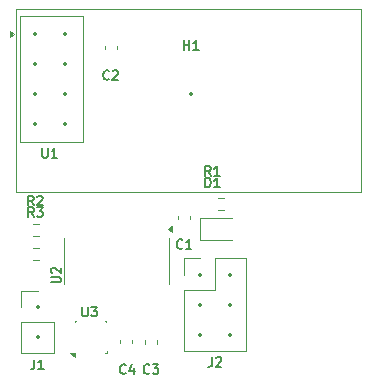
<source format=gto>
%TF.GenerationSoftware,KiCad,Pcbnew,9.0.2*%
%TF.CreationDate,2025-11-28T20:50:14+01:00*%
%TF.ProjectId,stacja_pogodowa,73746163-6a61-45f7-906f-676f646f7761,rev?*%
%TF.SameCoordinates,Original*%
%TF.FileFunction,Legend,Top*%
%TF.FilePolarity,Positive*%
%FSLAX46Y46*%
G04 Gerber Fmt 4.6, Leading zero omitted, Abs format (unit mm)*
G04 Created by KiCad (PCBNEW 9.0.2) date 2025-11-28 20:50:14*
%MOMM*%
%LPD*%
G01*
G04 APERTURE LIST*
%ADD10C,0.150000*%
%ADD11C,0.120000*%
%ADD12C,0.100000*%
%ADD13C,0.350000*%
G04 APERTURE END LIST*
D10*
X71933333Y-49962295D02*
X71933333Y-50533723D01*
X71933333Y-50533723D02*
X71895238Y-50648009D01*
X71895238Y-50648009D02*
X71819047Y-50724200D01*
X71819047Y-50724200D02*
X71704762Y-50762295D01*
X71704762Y-50762295D02*
X71628571Y-50762295D01*
X72733333Y-50762295D02*
X72276190Y-50762295D01*
X72504762Y-50762295D02*
X72504762Y-49962295D01*
X72504762Y-49962295D02*
X72428571Y-50076580D01*
X72428571Y-50076580D02*
X72352381Y-50152771D01*
X72352381Y-50152771D02*
X72276190Y-50190866D01*
X86409524Y-35362295D02*
X86409524Y-34562295D01*
X86409524Y-34562295D02*
X86600000Y-34562295D01*
X86600000Y-34562295D02*
X86714286Y-34600390D01*
X86714286Y-34600390D02*
X86790476Y-34676580D01*
X86790476Y-34676580D02*
X86828571Y-34752771D01*
X86828571Y-34752771D02*
X86866667Y-34905152D01*
X86866667Y-34905152D02*
X86866667Y-35019438D01*
X86866667Y-35019438D02*
X86828571Y-35171819D01*
X86828571Y-35171819D02*
X86790476Y-35248009D01*
X86790476Y-35248009D02*
X86714286Y-35324200D01*
X86714286Y-35324200D02*
X86600000Y-35362295D01*
X86600000Y-35362295D02*
X86409524Y-35362295D01*
X87628571Y-35362295D02*
X87171428Y-35362295D01*
X87400000Y-35362295D02*
X87400000Y-34562295D01*
X87400000Y-34562295D02*
X87323809Y-34676580D01*
X87323809Y-34676580D02*
X87247619Y-34752771D01*
X87247619Y-34752771D02*
X87171428Y-34790866D01*
X84590476Y-23712295D02*
X84590476Y-22912295D01*
X84590476Y-23293247D02*
X85047619Y-23293247D01*
X85047619Y-23712295D02*
X85047619Y-22912295D01*
X85847618Y-23712295D02*
X85390475Y-23712295D01*
X85619047Y-23712295D02*
X85619047Y-22912295D01*
X85619047Y-22912295D02*
X85542856Y-23026580D01*
X85542856Y-23026580D02*
X85466666Y-23102771D01*
X85466666Y-23102771D02*
X85390475Y-23140866D01*
X71866667Y-37862295D02*
X71600000Y-37481342D01*
X71409524Y-37862295D02*
X71409524Y-37062295D01*
X71409524Y-37062295D02*
X71714286Y-37062295D01*
X71714286Y-37062295D02*
X71790476Y-37100390D01*
X71790476Y-37100390D02*
X71828571Y-37138485D01*
X71828571Y-37138485D02*
X71866667Y-37214676D01*
X71866667Y-37214676D02*
X71866667Y-37328961D01*
X71866667Y-37328961D02*
X71828571Y-37405152D01*
X71828571Y-37405152D02*
X71790476Y-37443247D01*
X71790476Y-37443247D02*
X71714286Y-37481342D01*
X71714286Y-37481342D02*
X71409524Y-37481342D01*
X72133333Y-37062295D02*
X72628571Y-37062295D01*
X72628571Y-37062295D02*
X72361905Y-37367057D01*
X72361905Y-37367057D02*
X72476190Y-37367057D01*
X72476190Y-37367057D02*
X72552381Y-37405152D01*
X72552381Y-37405152D02*
X72590476Y-37443247D01*
X72590476Y-37443247D02*
X72628571Y-37519438D01*
X72628571Y-37519438D02*
X72628571Y-37709914D01*
X72628571Y-37709914D02*
X72590476Y-37786104D01*
X72590476Y-37786104D02*
X72552381Y-37824200D01*
X72552381Y-37824200D02*
X72476190Y-37862295D01*
X72476190Y-37862295D02*
X72247619Y-37862295D01*
X72247619Y-37862295D02*
X72171428Y-37824200D01*
X72171428Y-37824200D02*
X72133333Y-37786104D01*
X86866667Y-34362295D02*
X86600000Y-33981342D01*
X86409524Y-34362295D02*
X86409524Y-33562295D01*
X86409524Y-33562295D02*
X86714286Y-33562295D01*
X86714286Y-33562295D02*
X86790476Y-33600390D01*
X86790476Y-33600390D02*
X86828571Y-33638485D01*
X86828571Y-33638485D02*
X86866667Y-33714676D01*
X86866667Y-33714676D02*
X86866667Y-33828961D01*
X86866667Y-33828961D02*
X86828571Y-33905152D01*
X86828571Y-33905152D02*
X86790476Y-33943247D01*
X86790476Y-33943247D02*
X86714286Y-33981342D01*
X86714286Y-33981342D02*
X86409524Y-33981342D01*
X87628571Y-34362295D02*
X87171428Y-34362295D01*
X87400000Y-34362295D02*
X87400000Y-33562295D01*
X87400000Y-33562295D02*
X87323809Y-33676580D01*
X87323809Y-33676580D02*
X87247619Y-33752771D01*
X87247619Y-33752771D02*
X87171428Y-33790866D01*
X72590476Y-32062295D02*
X72590476Y-32709914D01*
X72590476Y-32709914D02*
X72628571Y-32786104D01*
X72628571Y-32786104D02*
X72666666Y-32824200D01*
X72666666Y-32824200D02*
X72742857Y-32862295D01*
X72742857Y-32862295D02*
X72895238Y-32862295D01*
X72895238Y-32862295D02*
X72971428Y-32824200D01*
X72971428Y-32824200D02*
X73009523Y-32786104D01*
X73009523Y-32786104D02*
X73047619Y-32709914D01*
X73047619Y-32709914D02*
X73047619Y-32062295D01*
X73847618Y-32862295D02*
X73390475Y-32862295D01*
X73619047Y-32862295D02*
X73619047Y-32062295D01*
X73619047Y-32062295D02*
X73542856Y-32176580D01*
X73542856Y-32176580D02*
X73466666Y-32252771D01*
X73466666Y-32252771D02*
X73390475Y-32290866D01*
X75990476Y-45487295D02*
X75990476Y-46134914D01*
X75990476Y-46134914D02*
X76028571Y-46211104D01*
X76028571Y-46211104D02*
X76066666Y-46249200D01*
X76066666Y-46249200D02*
X76142857Y-46287295D01*
X76142857Y-46287295D02*
X76295238Y-46287295D01*
X76295238Y-46287295D02*
X76371428Y-46249200D01*
X76371428Y-46249200D02*
X76409523Y-46211104D01*
X76409523Y-46211104D02*
X76447619Y-46134914D01*
X76447619Y-46134914D02*
X76447619Y-45487295D01*
X76752380Y-45487295D02*
X77247618Y-45487295D01*
X77247618Y-45487295D02*
X76980952Y-45792057D01*
X76980952Y-45792057D02*
X77095237Y-45792057D01*
X77095237Y-45792057D02*
X77171428Y-45830152D01*
X77171428Y-45830152D02*
X77209523Y-45868247D01*
X77209523Y-45868247D02*
X77247618Y-45944438D01*
X77247618Y-45944438D02*
X77247618Y-46134914D01*
X77247618Y-46134914D02*
X77209523Y-46211104D01*
X77209523Y-46211104D02*
X77171428Y-46249200D01*
X77171428Y-46249200D02*
X77095237Y-46287295D01*
X77095237Y-46287295D02*
X76866666Y-46287295D01*
X76866666Y-46287295D02*
X76790475Y-46249200D01*
X76790475Y-46249200D02*
X76752380Y-46211104D01*
X86963333Y-49762295D02*
X86963333Y-50333723D01*
X86963333Y-50333723D02*
X86925238Y-50448009D01*
X86925238Y-50448009D02*
X86849047Y-50524200D01*
X86849047Y-50524200D02*
X86734762Y-50562295D01*
X86734762Y-50562295D02*
X86658571Y-50562295D01*
X87306190Y-49838485D02*
X87344286Y-49800390D01*
X87344286Y-49800390D02*
X87420476Y-49762295D01*
X87420476Y-49762295D02*
X87610952Y-49762295D01*
X87610952Y-49762295D02*
X87687143Y-49800390D01*
X87687143Y-49800390D02*
X87725238Y-49838485D01*
X87725238Y-49838485D02*
X87763333Y-49914676D01*
X87763333Y-49914676D02*
X87763333Y-49990866D01*
X87763333Y-49990866D02*
X87725238Y-50105152D01*
X87725238Y-50105152D02*
X87268095Y-50562295D01*
X87268095Y-50562295D02*
X87763333Y-50562295D01*
X81666667Y-51086104D02*
X81628571Y-51124200D01*
X81628571Y-51124200D02*
X81514286Y-51162295D01*
X81514286Y-51162295D02*
X81438095Y-51162295D01*
X81438095Y-51162295D02*
X81323809Y-51124200D01*
X81323809Y-51124200D02*
X81247619Y-51048009D01*
X81247619Y-51048009D02*
X81209524Y-50971819D01*
X81209524Y-50971819D02*
X81171428Y-50819438D01*
X81171428Y-50819438D02*
X81171428Y-50705152D01*
X81171428Y-50705152D02*
X81209524Y-50552771D01*
X81209524Y-50552771D02*
X81247619Y-50476580D01*
X81247619Y-50476580D02*
X81323809Y-50400390D01*
X81323809Y-50400390D02*
X81438095Y-50362295D01*
X81438095Y-50362295D02*
X81514286Y-50362295D01*
X81514286Y-50362295D02*
X81628571Y-50400390D01*
X81628571Y-50400390D02*
X81666667Y-50438485D01*
X81933333Y-50362295D02*
X82428571Y-50362295D01*
X82428571Y-50362295D02*
X82161905Y-50667057D01*
X82161905Y-50667057D02*
X82276190Y-50667057D01*
X82276190Y-50667057D02*
X82352381Y-50705152D01*
X82352381Y-50705152D02*
X82390476Y-50743247D01*
X82390476Y-50743247D02*
X82428571Y-50819438D01*
X82428571Y-50819438D02*
X82428571Y-51009914D01*
X82428571Y-51009914D02*
X82390476Y-51086104D01*
X82390476Y-51086104D02*
X82352381Y-51124200D01*
X82352381Y-51124200D02*
X82276190Y-51162295D01*
X82276190Y-51162295D02*
X82047619Y-51162295D01*
X82047619Y-51162295D02*
X81971428Y-51124200D01*
X81971428Y-51124200D02*
X81933333Y-51086104D01*
X73362295Y-43409523D02*
X74009914Y-43409523D01*
X74009914Y-43409523D02*
X74086104Y-43371428D01*
X74086104Y-43371428D02*
X74124200Y-43333333D01*
X74124200Y-43333333D02*
X74162295Y-43257142D01*
X74162295Y-43257142D02*
X74162295Y-43104761D01*
X74162295Y-43104761D02*
X74124200Y-43028571D01*
X74124200Y-43028571D02*
X74086104Y-42990476D01*
X74086104Y-42990476D02*
X74009914Y-42952380D01*
X74009914Y-42952380D02*
X73362295Y-42952380D01*
X73438485Y-42609524D02*
X73400390Y-42571428D01*
X73400390Y-42571428D02*
X73362295Y-42495238D01*
X73362295Y-42495238D02*
X73362295Y-42304762D01*
X73362295Y-42304762D02*
X73400390Y-42228571D01*
X73400390Y-42228571D02*
X73438485Y-42190476D01*
X73438485Y-42190476D02*
X73514676Y-42152381D01*
X73514676Y-42152381D02*
X73590866Y-42152381D01*
X73590866Y-42152381D02*
X73705152Y-42190476D01*
X73705152Y-42190476D02*
X74162295Y-42647619D01*
X74162295Y-42647619D02*
X74162295Y-42152381D01*
X84466667Y-40486104D02*
X84428571Y-40524200D01*
X84428571Y-40524200D02*
X84314286Y-40562295D01*
X84314286Y-40562295D02*
X84238095Y-40562295D01*
X84238095Y-40562295D02*
X84123809Y-40524200D01*
X84123809Y-40524200D02*
X84047619Y-40448009D01*
X84047619Y-40448009D02*
X84009524Y-40371819D01*
X84009524Y-40371819D02*
X83971428Y-40219438D01*
X83971428Y-40219438D02*
X83971428Y-40105152D01*
X83971428Y-40105152D02*
X84009524Y-39952771D01*
X84009524Y-39952771D02*
X84047619Y-39876580D01*
X84047619Y-39876580D02*
X84123809Y-39800390D01*
X84123809Y-39800390D02*
X84238095Y-39762295D01*
X84238095Y-39762295D02*
X84314286Y-39762295D01*
X84314286Y-39762295D02*
X84428571Y-39800390D01*
X84428571Y-39800390D02*
X84466667Y-39838485D01*
X85228571Y-40562295D02*
X84771428Y-40562295D01*
X85000000Y-40562295D02*
X85000000Y-39762295D01*
X85000000Y-39762295D02*
X84923809Y-39876580D01*
X84923809Y-39876580D02*
X84847619Y-39952771D01*
X84847619Y-39952771D02*
X84771428Y-39990866D01*
X79666667Y-51086104D02*
X79628571Y-51124200D01*
X79628571Y-51124200D02*
X79514286Y-51162295D01*
X79514286Y-51162295D02*
X79438095Y-51162295D01*
X79438095Y-51162295D02*
X79323809Y-51124200D01*
X79323809Y-51124200D02*
X79247619Y-51048009D01*
X79247619Y-51048009D02*
X79209524Y-50971819D01*
X79209524Y-50971819D02*
X79171428Y-50819438D01*
X79171428Y-50819438D02*
X79171428Y-50705152D01*
X79171428Y-50705152D02*
X79209524Y-50552771D01*
X79209524Y-50552771D02*
X79247619Y-50476580D01*
X79247619Y-50476580D02*
X79323809Y-50400390D01*
X79323809Y-50400390D02*
X79438095Y-50362295D01*
X79438095Y-50362295D02*
X79514286Y-50362295D01*
X79514286Y-50362295D02*
X79628571Y-50400390D01*
X79628571Y-50400390D02*
X79666667Y-50438485D01*
X80352381Y-50628961D02*
X80352381Y-51162295D01*
X80161905Y-50324200D02*
X79971428Y-50895628D01*
X79971428Y-50895628D02*
X80466667Y-50895628D01*
X78266667Y-26186104D02*
X78228571Y-26224200D01*
X78228571Y-26224200D02*
X78114286Y-26262295D01*
X78114286Y-26262295D02*
X78038095Y-26262295D01*
X78038095Y-26262295D02*
X77923809Y-26224200D01*
X77923809Y-26224200D02*
X77847619Y-26148009D01*
X77847619Y-26148009D02*
X77809524Y-26071819D01*
X77809524Y-26071819D02*
X77771428Y-25919438D01*
X77771428Y-25919438D02*
X77771428Y-25805152D01*
X77771428Y-25805152D02*
X77809524Y-25652771D01*
X77809524Y-25652771D02*
X77847619Y-25576580D01*
X77847619Y-25576580D02*
X77923809Y-25500390D01*
X77923809Y-25500390D02*
X78038095Y-25462295D01*
X78038095Y-25462295D02*
X78114286Y-25462295D01*
X78114286Y-25462295D02*
X78228571Y-25500390D01*
X78228571Y-25500390D02*
X78266667Y-25538485D01*
X78571428Y-25538485D02*
X78609524Y-25500390D01*
X78609524Y-25500390D02*
X78685714Y-25462295D01*
X78685714Y-25462295D02*
X78876190Y-25462295D01*
X78876190Y-25462295D02*
X78952381Y-25500390D01*
X78952381Y-25500390D02*
X78990476Y-25538485D01*
X78990476Y-25538485D02*
X79028571Y-25614676D01*
X79028571Y-25614676D02*
X79028571Y-25690866D01*
X79028571Y-25690866D02*
X78990476Y-25805152D01*
X78990476Y-25805152D02*
X78533333Y-26262295D01*
X78533333Y-26262295D02*
X79028571Y-26262295D01*
X71866667Y-36862295D02*
X71600000Y-36481342D01*
X71409524Y-36862295D02*
X71409524Y-36062295D01*
X71409524Y-36062295D02*
X71714286Y-36062295D01*
X71714286Y-36062295D02*
X71790476Y-36100390D01*
X71790476Y-36100390D02*
X71828571Y-36138485D01*
X71828571Y-36138485D02*
X71866667Y-36214676D01*
X71866667Y-36214676D02*
X71866667Y-36328961D01*
X71866667Y-36328961D02*
X71828571Y-36405152D01*
X71828571Y-36405152D02*
X71790476Y-36443247D01*
X71790476Y-36443247D02*
X71714286Y-36481342D01*
X71714286Y-36481342D02*
X71409524Y-36481342D01*
X72171428Y-36138485D02*
X72209524Y-36100390D01*
X72209524Y-36100390D02*
X72285714Y-36062295D01*
X72285714Y-36062295D02*
X72476190Y-36062295D01*
X72476190Y-36062295D02*
X72552381Y-36100390D01*
X72552381Y-36100390D02*
X72590476Y-36138485D01*
X72590476Y-36138485D02*
X72628571Y-36214676D01*
X72628571Y-36214676D02*
X72628571Y-36290866D01*
X72628571Y-36290866D02*
X72590476Y-36405152D01*
X72590476Y-36405152D02*
X72133333Y-36862295D01*
X72133333Y-36862295D02*
X72628571Y-36862295D01*
D11*
%TO.C,J1*%
X70820000Y-44120000D02*
X72200000Y-44120000D01*
X70820000Y-45500000D02*
X70820000Y-44120000D01*
X70820000Y-46770000D02*
X70820000Y-49420000D01*
X70820000Y-46770000D02*
X73580000Y-46770000D01*
X70820000Y-49420000D02*
X73580000Y-49420000D01*
X73580000Y-46770000D02*
X73580000Y-49420000D01*
%TO.C,D1*%
X85977500Y-37940000D02*
X85977500Y-39860000D01*
X85977500Y-39860000D02*
X88662500Y-39860000D01*
X88662500Y-37940000D02*
X85977500Y-37940000D01*
%TO.C,R3*%
X72342224Y-40477500D02*
X71832776Y-40477500D01*
X72342224Y-41522500D02*
X71832776Y-41522500D01*
%TO.C,R1*%
X87942224Y-36277500D02*
X87432776Y-36277500D01*
X87942224Y-37322500D02*
X87432776Y-37322500D01*
%TO.C,U1*%
X70360000Y-20280000D02*
X70360000Y-20280000D01*
X70360000Y-20280000D02*
X99560000Y-20280000D01*
X70360000Y-35730000D02*
X70360000Y-20280000D01*
X70690000Y-20856000D02*
X70690000Y-20856000D01*
X70690000Y-20856000D02*
X76024000Y-20856000D01*
X70690000Y-31524000D02*
X70690000Y-20856000D01*
X70690000Y-31524000D02*
X70690000Y-31524000D01*
X76024000Y-20856000D02*
X76024000Y-31524000D01*
X76024000Y-31524000D02*
X70690000Y-31524000D01*
X99560000Y-20280000D02*
X99560000Y-35730000D01*
X99560000Y-35730000D02*
X70360000Y-35730000D01*
X70160000Y-22380000D02*
X69824000Y-22620000D01*
X69824000Y-22140000D01*
X70160000Y-22380000D01*
G36*
X70160000Y-22380000D02*
G01*
X69824000Y-22620000D01*
X69824000Y-22140000D01*
X70160000Y-22380000D01*
G37*
D12*
%TO.C,U3*%
X75325000Y-46650000D02*
X75475000Y-46650000D01*
X75325000Y-46800000D02*
X75325000Y-46650000D01*
X78025000Y-46650000D02*
X77875000Y-46650000D01*
X78025000Y-46650000D02*
X78025000Y-46800000D01*
X78025000Y-49350000D02*
X77875000Y-49350000D01*
X78035000Y-49350000D02*
X78035000Y-49200000D01*
D11*
X75325000Y-49710000D02*
X74965000Y-49350000D01*
X75325000Y-49350000D01*
X75325000Y-49710000D01*
G36*
X75325000Y-49710000D02*
G01*
X74965000Y-49350000D01*
X75325000Y-49350000D01*
X75325000Y-49710000D01*
G37*
%TO.C,J2*%
X84580000Y-41380000D02*
X85960000Y-41380000D01*
X84580000Y-42760000D02*
X84580000Y-41380000D01*
X84580000Y-44030000D02*
X84580000Y-49220000D01*
X84580000Y-44030000D02*
X87230000Y-44030000D01*
X84580000Y-49220000D02*
X89880000Y-49220000D01*
X87230000Y-41380000D02*
X89880000Y-41380000D01*
X87230000Y-44030000D02*
X87230000Y-41380000D01*
X89880000Y-41380000D02*
X89880000Y-49220000D01*
%TO.C,C3*%
X81290000Y-48316233D02*
X81290000Y-48608767D01*
X82310000Y-48316233D02*
X82310000Y-48608767D01*
%TO.C,U2*%
X74465000Y-41600000D02*
X74465000Y-39650000D01*
X74465000Y-41600000D02*
X74465000Y-43550000D01*
X83335000Y-41600000D02*
X83335000Y-39650000D01*
X83335000Y-41600000D02*
X83335000Y-43550000D01*
X83600000Y-39140000D02*
X83270000Y-38900000D01*
X83600000Y-38660000D01*
X83600000Y-39140000D01*
G36*
X83600000Y-39140000D02*
G01*
X83270000Y-38900000D01*
X83600000Y-38660000D01*
X83600000Y-39140000D01*
G37*
%TO.C,C1*%
X84090000Y-37791233D02*
X84090000Y-38083767D01*
X85110000Y-37791233D02*
X85110000Y-38083767D01*
%TO.C,C4*%
X79190000Y-48278733D02*
X79190000Y-48571267D01*
X80210000Y-48278733D02*
X80210000Y-48571267D01*
%TO.C,C2*%
X77890000Y-23683767D02*
X77890000Y-23391233D01*
X78910000Y-23683767D02*
X78910000Y-23391233D01*
%TO.C,R2*%
X72342224Y-38477500D02*
X71832776Y-38477500D01*
X72342224Y-39522500D02*
X71832776Y-39522500D01*
%TD*%
D13*
X72200000Y-45500000D03*
X72200000Y-48040000D03*
X85200000Y-27500000D03*
X71960000Y-22380000D03*
X74500000Y-22380000D03*
X71960000Y-24920000D03*
X74500000Y-24920000D03*
X71960000Y-27460000D03*
X74500000Y-27460000D03*
X71960000Y-30000000D03*
X74500000Y-30000000D03*
X85960000Y-42760000D03*
X88500000Y-42760000D03*
X85960000Y-45300000D03*
X88500000Y-45300000D03*
X85960000Y-47840000D03*
X88500000Y-47840000D03*
M02*

</source>
